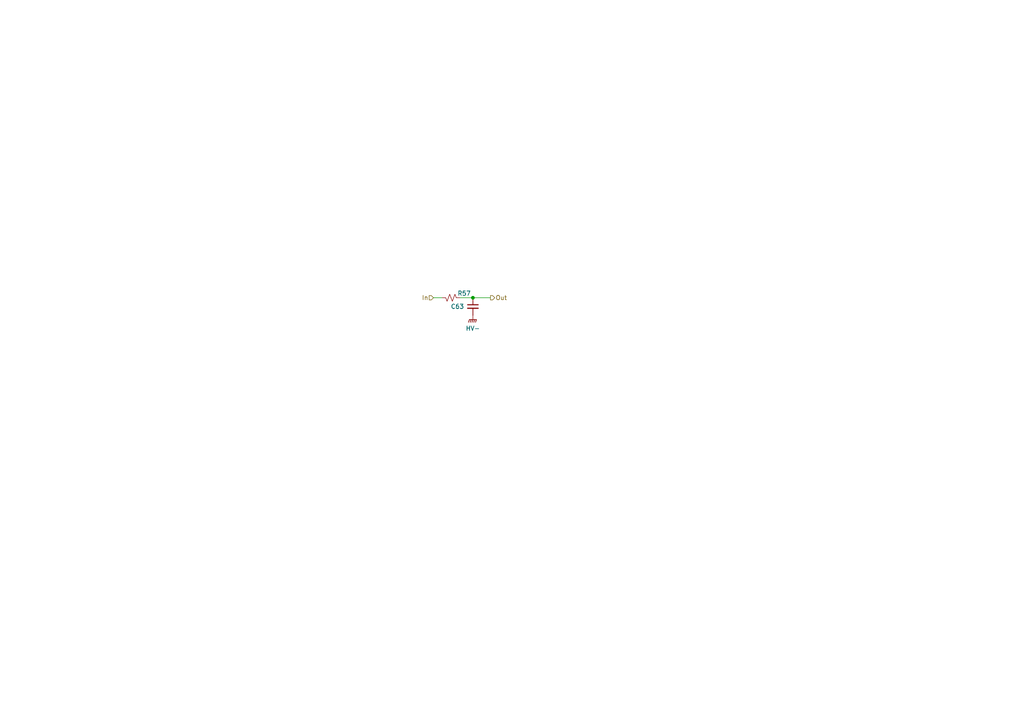
<source format=kicad_sch>
(kicad_sch (version 20231120) (generator "eeschema") (generator_version "8.0")
  (paper "A4")
  (lib_symbols
    (symbol "Device:C_Small" (pin_numbers hide) (pin_names (offset 0.254) hide)
      (property "Reference" "C" (at 0.254 1.778 0))
      (property "Value" "C_Small" (at 0.254 -2.032 0))
      (symbol "C_Small_0_1"
        (polyline (pts (xy -1.524 -0.508) (xy 1.524 -0.508)) (stroke (width 0.3302)))
        (polyline (pts (xy -1.524 0.508) (xy 1.524 0.508)) (stroke (width 0.3048)))
      )
      (symbol "C_Small_1_1"
        (pin passive line (at 0 2.54 270) (length 2.032) (name "~") (number "1"))
        (pin passive line (at 0 -2.54 90) (length 2.032) (name "~") (number "2"))
      )
    )
    (symbol "Device:R_Small_US" (pin_numbers hide) (pin_names (offset 0.254) hide)
      (property "Reference" "R" (at 0.762 0.508 0))
      (property "Value" "R_Small_US" (at 0.762 -1.016 0))
      (symbol "R_Small_US_1_1"
        (polyline (pts (xy 0 0) (xy 1.016 -0.381) (xy 0 -0.762) (xy -1.016 -1.143) (xy 0 -1.524)))
        (polyline (pts (xy 0 1.524) (xy 1.016 1.143) (xy 0 0.762) (xy -1.016 0.381) (xy 0 0)))
        (pin passive line (at 0 2.54 270) (length 1.016) (name "~") (number "1"))
        (pin passive line (at 0 -2.54 90) (length 1.016) (name "~") (number "2"))
      )
    )
    (symbol "power:GNDPWR" (power) (pin_names (offset 0))
      (property "Value" "GNDPWR" (at 0 -3.302 0))
      (symbol "GNDPWR_0_1"
        (polyline (pts (xy 0 -1.27) (xy 0 0)))
        (polyline (pts (xy -1.016 -1.27) (xy -1.27 -2.032) (xy -1.27 -2.032)) (stroke (width 0.2032)))
        (polyline (pts (xy -0.508 -1.27) (xy -0.762 -2.032) (xy -0.762 -2.032)) (stroke (width 0.2032)))
        (polyline (pts (xy 0 -1.27) (xy -0.254 -2.032) (xy -0.254 -2.032)) (stroke (width 0.2032)))
        (polyline (pts (xy 0.508 -1.27) (xy 0.254 -2.032) (xy 0.254 -2.032)) (stroke (width 0.2032)))
        (polyline (pts (xy 1.016 -1.27) (xy -1.016 -1.27) (xy -1.016 -1.27)) (stroke (width 0.2032)))
        (polyline (pts (xy 1.016 -1.27) (xy 0.762 -2.032) (xy 0.762 -2.032) (xy 0.762 -2.032)) (stroke (width 0.2032)))
      )
      (symbol "GNDPWR_1_1"
        (pin power_in line (at 0 0 270) (length 0) hide (name "GNDPWR") (number "1"))
      )
    )
  )
  (junction (at 137.16 86.36))
  (wire (pts (xy 125.73 86.36) (xy 128.27 86.36)))
  (wire (pts (xy 137.16 86.36) (xy 142.24 86.36)))
  (wire (pts (xy 133.35 86.36) (xy 137.16 86.36)))
  (hierarchical_label "Out" (shape output) (at 142.24 86.36 0))
  (hierarchical_label "In" (shape input) (at 125.73 86.36 180))
  (symbol (lib_id "Device:R_Small_US") (at 130.81 86.36 270) (mirror x) (unit 1)
    (property "Reference" "R57" (at 134.62 85.09 90))
    (property "Value" "2.2 0.1W" (effects (hide yes)))
    (property "Footprint" "Resistor_SMD:R_0402_1005Metric_Pad0.72x0.64mm_HandSolder" (effects (hide yes)))
    (property "Datasheet" "https://www.digikey.com/en/products/detail/yageo/RC0603FR-072R2L/2827592" (effects (hide yes)))
  )
  (symbol (lib_id "power:GNDPWR") (at 137.16 91.44 0) (unit 1)
    (property "Reference" "#PWR068" (effects (hide yes)))
    (property "Value" "HV-" (at 137.16 95.25 0))
  )
  (symbol (lib_id "Device:C_Small") (at 137.16 88.9 0) (mirror y) (unit 1)
    (property "Reference" "C63" (at 134.62 88.9 0) (effects (justify left)))
    (property "Value" "15pF" (effects (hide yes)))
    (property "Footprint" "Capacitor_SMD:C_0402_1005Metric_Pad0.74x0.62mm_HandSolder" (effects (hide yes)))
    (property "Datasheet" "https://www.digikey.com/en/products/detail/walsin-technology-corporation/0603N150F500CT/9354982" (effects (hide yes)))
  )
)
</source>
